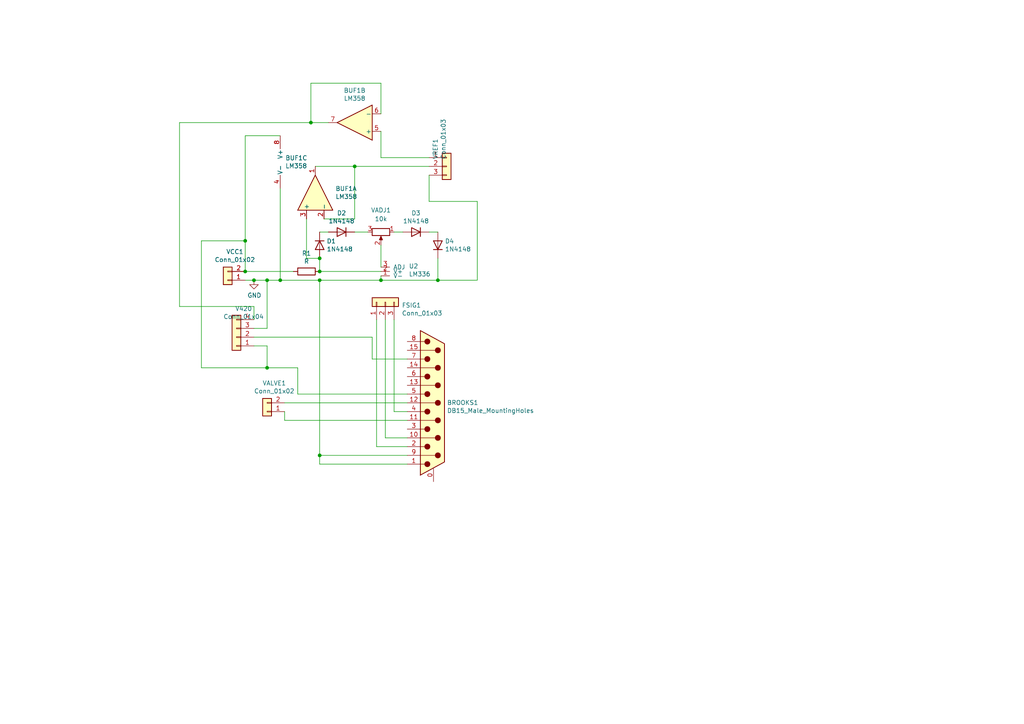
<source format=kicad_sch>
(kicad_sch (version 20211123) (generator eeschema)
  (paper "A4")
  (lib_symbols
    (symbol "Amplifier_Operational:LM358" (pin_names (offset 0.127))
      (property "Reference" "U" (at 0 5.08 0))
      (property "Value" "LM358" (at 0 -5.08 0))
      (symbol "LM358_1_1"
        (polyline (pts (xy -5.08 5.08) (xy 5.08 0) (xy -5.08 -5.08) (xy -5.08 5.08)) (stroke (width 0.254)) (fill (type background)))
        (pin output line (at 7.62 0 180) (length 2.54) (name "~") (number "1"))
        (pin input line (at -7.62 -2.54 0) (length 2.54) (name "-") (number "2"))
        (pin input line (at -7.62 2.54 0) (length 2.54) (name "+") (number "3"))
      )
      (symbol "LM358_2_1"
        (polyline (pts (xy -5.08 5.08) (xy 5.08 0) (xy -5.08 -5.08) (xy -5.08 5.08)) (stroke (width 0.254)) (fill (type background)))
        (pin input line (at -7.62 2.54 0) (length 2.54) (name "+") (number "5"))
        (pin input line (at -7.62 -2.54 0) (length 2.54) (name "-") (number "6"))
        (pin output line (at 7.62 0 180) (length 2.54) (name "~") (number "7"))
      )
      (symbol "LM358_3_1"
        (pin power_in line (at -2.54 -7.62 90) (length 3.81) (name "V-") (number "4"))
        (pin power_in line (at -2.54 7.62 270) (length 3.81) (name "V+") (number "8"))
      )
    )
    (symbol "Connector:DB15_Male_MountingHoles" (pin_names (offset 1.016) hide)
      (property "Reference" "J" (at 0 24.13 0))
      (property "Value" "DB15_Male_MountingHoles" (at 0 22.225 0))
      (symbol "DB15_Male_MountingHoles_0_1"
        (circle (center -1.778 -17.78) (radius 0.762) (fill (type outline)))
        (circle (center -1.778 -12.7) (radius 0.762) (fill (type outline)))
        (circle (center -1.778 -7.62) (radius 0.762) (fill (type outline)))
        (circle (center -1.778 -2.54) (radius 0.762) (fill (type outline)))
        (circle (center -1.778 2.54) (radius 0.762) (fill (type outline)))
        (circle (center -1.778 7.62) (radius 0.762) (fill (type outline)))
        (circle (center -1.778 12.7) (radius 0.762) (fill (type outline)))
        (circle (center -1.778 17.78) (radius 0.762) (fill (type outline)))
        (polyline (pts (xy -3.81 -17.78) (xy -2.54 -17.78)))
        (polyline (pts (xy -3.81 -15.24) (xy 0.508 -15.24)))
        (polyline (pts (xy -3.81 -12.7) (xy -2.54 -12.7)))
        (polyline (pts (xy -3.81 -10.16) (xy 0.508 -10.16)))
        (polyline (pts (xy -3.81 -7.62) (xy -2.54 -7.62)))
        (polyline (pts (xy -3.81 -5.08) (xy 0.508 -5.08)))
        (polyline (pts (xy -3.81 -2.54) (xy -2.54 -2.54)))
        (polyline (pts (xy -3.81 0) (xy 0.508 0)))
        (polyline (pts (xy -3.81 2.54) (xy -2.54 2.54)))
        (polyline (pts (xy -3.81 5.08) (xy 0.508 5.08)))
        (polyline (pts (xy -3.81 7.62) (xy -2.54 7.62)))
        (polyline (pts (xy -3.81 10.16) (xy 0.508 10.16)))
        (polyline (pts (xy -3.81 12.7) (xy -2.54 12.7)))
        (polyline (pts (xy -3.81 15.24) (xy 0.508 15.24)))
        (polyline (pts (xy -3.81 17.78) (xy -2.54 17.78)))
        (polyline (pts (xy -3.81 -20.955) (xy 3.175 -17.145) (xy 3.175 17.145) (xy -3.81 20.955) (xy -3.81 -20.955)) (stroke (width 0.254)) (fill (type background)))
        (circle (center 1.27 -15.24) (radius 0.762) (fill (type outline)))
        (circle (center 1.27 -10.16) (radius 0.762) (fill (type outline)))
        (circle (center 1.27 -5.08) (radius 0.762) (fill (type outline)))
        (circle (center 1.27 0) (radius 0.762) (fill (type outline)))
        (circle (center 1.27 5.08) (radius 0.762) (fill (type outline)))
        (circle (center 1.27 10.16) (radius 0.762) (fill (type outline)))
        (circle (center 1.27 15.24) (radius 0.762) (fill (type outline)))
      )
      (symbol "DB15_Male_MountingHoles_1_1"
        (pin passive line (at 0 -22.86 90) (length 3.81) (name "PAD") (number "0"))
        (pin passive line (at -7.62 -17.78 0) (length 3.81) (name "1") (number "1"))
        (pin passive line (at -7.62 -10.16 0) (length 3.81) (name "P10") (number "10"))
        (pin passive line (at -7.62 -5.08 0) (length 3.81) (name "P111") (number "11"))
        (pin passive line (at -7.62 0 0) (length 3.81) (name "P12") (number "12"))
        (pin passive line (at -7.62 5.08 0) (length 3.81) (name "P13") (number "13"))
        (pin passive line (at -7.62 10.16 0) (length 3.81) (name "P14") (number "14"))
        (pin passive line (at -7.62 15.24 0) (length 3.81) (name "P15") (number "15"))
        (pin passive line (at -7.62 -12.7 0) (length 3.81) (name "2") (number "2"))
        (pin passive line (at -7.62 -7.62 0) (length 3.81) (name "3") (number "3"))
        (pin passive line (at -7.62 -2.54 0) (length 3.81) (name "4") (number "4"))
        (pin passive line (at -7.62 2.54 0) (length 3.81) (name "5") (number "5"))
        (pin passive line (at -7.62 7.62 0) (length 3.81) (name "6") (number "6"))
        (pin passive line (at -7.62 12.7 0) (length 3.81) (name "7") (number "7"))
        (pin passive line (at -7.62 17.78 0) (length 3.81) (name "8") (number "8"))
        (pin passive line (at -7.62 -15.24 0) (length 3.81) (name "P9") (number "9"))
      )
    )
    (symbol "Connector_Generic:Conn_01x02" (pin_names (offset 1.016) hide)
      (property "Reference" "J" (at 0 2.54 0))
      (property "Value" "Conn_01x02" (at 0 -5.08 0))
      (symbol "Conn_01x02_1_1"
        (rectangle (start -1.27 -2.413) (end 0 -2.667) (stroke (width 0.1524)))
        (rectangle (start -1.27 0.127) (end 0 -0.127) (stroke (width 0.1524)))
        (rectangle (start -1.27 1.27) (end 1.27 -3.81) (stroke (width 0.254)) (fill (type background)))
        (pin passive line (at -5.08 0 0) (length 3.81) (name "Pin_1") (number "1"))
        (pin passive line (at -5.08 -2.54 0) (length 3.81) (name "Pin_2") (number "2"))
      )
    )
    (symbol "Connector_Generic:Conn_01x03" (pin_names (offset 1.016) hide)
      (property "Reference" "J" (at 0 5.08 0))
      (property "Value" "Conn_01x03" (at 0 -5.08 0))
      (symbol "Conn_01x03_1_1"
        (rectangle (start -1.27 -2.413) (end 0 -2.667) (stroke (width 0.1524)))
        (rectangle (start -1.27 0.127) (end 0 -0.127) (stroke (width 0.1524)))
        (rectangle (start -1.27 2.667) (end 0 2.413) (stroke (width 0.1524)))
        (rectangle (start -1.27 3.81) (end 1.27 -3.81) (stroke (width 0.254)) (fill (type background)))
        (pin passive line (at -5.08 2.54 0) (length 3.81) (name "Pin_1") (number "1"))
        (pin passive line (at -5.08 0 0) (length 3.81) (name "Pin_2") (number "2"))
        (pin passive line (at -5.08 -2.54 0) (length 3.81) (name "Pin_3") (number "3"))
      )
    )
    (symbol "Connector_Generic:Conn_01x04" (pin_names (offset 1.016) hide)
      (property "Reference" "J" (at 0 5.08 0))
      (property "Value" "Conn_01x04" (at 0 -7.62 0))
      (symbol "Conn_01x04_1_1"
        (rectangle (start -1.27 -4.953) (end 0 -5.207) (stroke (width 0.1524)))
        (rectangle (start -1.27 -2.413) (end 0 -2.667) (stroke (width 0.1524)))
        (rectangle (start -1.27 0.127) (end 0 -0.127) (stroke (width 0.1524)))
        (rectangle (start -1.27 2.667) (end 0 2.413) (stroke (width 0.1524)))
        (rectangle (start -1.27 3.81) (end 1.27 -6.35) (stroke (width 0.254)) (fill (type background)))
        (pin passive line (at -5.08 2.54 0) (length 3.81) (name "Pin_1") (number "1"))
        (pin passive line (at -5.08 0 0) (length 3.81) (name "Pin_2") (number "2"))
        (pin passive line (at -5.08 -2.54 0) (length 3.81) (name "Pin_3") (number "3"))
        (pin passive line (at -5.08 -5.08 0) (length 3.81) (name "Pin_4") (number "4"))
      )
    )
    (symbol "Device:R" (pin_numbers hide) (pin_names (offset 0))
      (property "Reference" "R" (at 2.032 0 90))
      (property "Value" "R" (at 0 0 90))
      (symbol "R_0_1"
        (rectangle (start -1.016 -2.54) (end 1.016 2.54) (stroke (width 0.254)))
      )
      (symbol "R_1_1"
        (pin passive line (at 0 3.81 270) (length 1.27) (name "~") (number "1"))
        (pin passive line (at 0 -3.81 90) (length 1.27) (name "~") (number "2"))
      )
    )
    (symbol "Device:R_Potentiometer" (pin_names (offset 1.016) hide)
      (property "Reference" "RV" (at -4.445 0 90))
      (property "Value" "R_Potentiometer" (at -2.54 0 90))
      (symbol "R_Potentiometer_0_1"
        (polyline (pts (xy 2.54 0) (xy 1.524 0)))
        (polyline (pts (xy 1.143 0) (xy 2.286 0.508) (xy 2.286 -0.508) (xy 1.143 0)) (fill (type outline)))
        (rectangle (start 1.016 2.54) (end -1.016 -2.54) (stroke (width 0.254)))
      )
      (symbol "R_Potentiometer_1_1"
        (pin passive line (at 0 3.81 270) (length 1.27) (name "1") (number "1"))
        (pin passive line (at 3.81 0 180) (length 1.27) (name "2") (number "2"))
        (pin passive line (at 0 -3.81 90) (length 1.27) (name "3") (number "3"))
      )
    )
    (symbol "Diode:1N4148" (pin_numbers hide) (pin_names (offset 1.016) hide)
      (property "Reference" "D" (at 0 2.54 0))
      (property "Value" "1N4148" (at 0 -2.54 0))
      (symbol "1N4148_0_1"
        (polyline (pts (xy -1.27 1.27) (xy -1.27 -1.27)) (stroke (width 0.254)))
        (polyline (pts (xy 1.27 0) (xy -1.27 0)))
        (polyline (pts (xy 1.27 1.27) (xy 1.27 -1.27) (xy -1.27 0) (xy 1.27 1.27)) (stroke (width 0.254)))
      )
      (symbol "1N4148_1_1"
        (pin passive line (at -3.81 0 0) (length 2.54) (name "K") (number "1"))
        (pin passive line (at 3.81 0 180) (length 2.54) (name "A") (number "2"))
      )
    )
    (symbol "m-brooks-rescue:LM336-lm336" (pin_names (offset 1.016))
      (property "Reference" "U" (at 0 0 0))
      (property "Value" "LM336-lm336" (at 0 0 0))
      (symbol "LM336-lm336_0_0"
        (pin unspecified line (at 0 0 0) (length 2.54) (name "V-") (number "1"))
        (pin unspecified line (at 0 1.27 0) (length 2.54) (name "V+") (number "2"))
        (pin unspecified line (at 0 2.54 0) (length 2.54) (name "ADJ") (number "3"))
      )
    )
    (symbol "power:GND" (power) (pin_names (offset 0))
      (property "Value" "GND" (at 0 -3.81 0))
      (symbol "GND_0_1"
        (polyline (pts (xy 0 0) (xy 0 -1.27) (xy 1.27 -1.27) (xy 0 -2.54) (xy -1.27 -1.27) (xy 0 -1.27)))
      )
      (symbol "GND_1_1"
        (pin power_in line (at 0 0 270) (length 0) hide (name "GND") (number "1"))
      )
    )
  )
  (junction (at 81.28 81.28))
  (junction (at 71.12 78.74))
  (junction (at 92.71 81.28))
  (junction (at 77.47 106.68))
  (junction (at 127 81.28))
  (junction (at 71.12 69.85))
  (junction (at 92.71 78.74))
  (junction (at 90.17 35.56))
  (junction (at 77.47 81.28))
  (junction (at 92.71 132.08))
  (junction (at 92.71 74.93))
  (junction (at 102.87 48.26))
  (junction (at 73.66 81.28))
  (junction (at 110.49 81.28))
  (bus_entry (at 392.43 40.64) (size 2.54 2.54))
  (wire (pts (xy 124.46 50.8) (xy 124.46 58.42)))
  (wire (pts (xy 92.71 132.08) (xy 92.71 81.28)))
  (wire (pts (xy 92.71 81.28) (xy 81.28 81.28)))
  (wire (pts (xy 81.28 81.28) (xy 81.28 54.61)))
  (wire (pts (xy 111.76 127) (xy 111.76 92.71)))
  (wire (pts (xy 71.12 69.85) (xy 71.12 39.37)))
  (wire (pts (xy 110.49 81.28) (xy 110.49 80.01)))
  (wire (pts (xy 73.66 88.9) (xy 73.66 92.71)))
  (wire (pts (xy 71.12 78.74) (xy 71.12 69.85)))
  (wire (pts (xy 127 81.28) (xy 110.49 81.28)))
  (wire (pts (xy 124.46 45.72) (xy 110.49 45.72)))
  (wire (pts (xy 124.46 58.42) (xy 138.43 58.42)))
  (wire (pts (xy 82.55 121.92) (xy 82.55 119.38)))
  (wire (pts (xy 58.42 106.68) (xy 58.42 69.85)))
  (wire (pts (xy 95.25 35.56) (xy 90.17 35.56)))
  (wire (pts (xy 110.49 81.28) (xy 92.71 81.28)))
  (wire (pts (xy 90.17 24.13) (xy 90.17 35.56)))
  (wire (pts (xy 88.9 74.93) (xy 92.71 74.93)))
  (wire (pts (xy 92.71 74.93) (xy 92.71 78.74)))
  (wire (pts (xy 71.12 39.37) (xy 81.28 39.37)))
  (wire (pts (xy 138.43 81.28) (xy 127 81.28)))
  (wire (pts (xy 127 74.93) (xy 127 81.28)))
  (wire (pts (xy 52.07 88.9) (xy 73.66 88.9)))
  (wire (pts (xy 118.11 114.3) (xy 86.36 114.3)))
  (wire (pts (xy 102.87 63.5) (xy 102.87 48.26)))
  (wire (pts (xy 102.87 48.26) (xy 124.46 48.26)))
  (wire (pts (xy 114.3 67.31) (xy 116.84 67.31)))
  (wire (pts (xy 124.46 67.31) (xy 127 67.31)))
  (wire (pts (xy 71.12 78.74) (xy 85.09 78.74)))
  (wire (pts (xy 118.11 134.62) (xy 92.71 134.62)))
  (wire (pts (xy 73.66 97.79) (xy 107.95 97.79)))
  (wire (pts (xy 110.49 45.72) (xy 110.49 38.1)))
  (wire (pts (xy 110.49 33.02) (xy 110.49 24.13)))
  (wire (pts (xy 92.71 134.62) (xy 92.71 132.08)))
  (wire (pts (xy 92.71 78.74) (xy 110.49 78.74)))
  (wire (pts (xy 86.36 106.68) (xy 77.47 106.68)))
  (wire (pts (xy 110.49 24.13) (xy 90.17 24.13)))
  (wire (pts (xy 109.22 129.54) (xy 109.22 92.71)))
  (wire (pts (xy 73.66 95.25) (xy 77.47 95.25)))
  (wire (pts (xy 118.11 119.38) (xy 114.3 119.38)))
  (wire (pts (xy 52.07 35.56) (xy 52.07 88.9)))
  (wire (pts (xy 92.71 67.31) (xy 95.25 67.31)))
  (wire (pts (xy 77.47 106.68) (xy 58.42 106.68)))
  (wire (pts (xy 107.95 104.14) (xy 118.11 104.14)))
  (wire (pts (xy 82.55 116.84) (xy 118.11 116.84)))
  (wire (pts (xy 77.47 81.28) (xy 81.28 81.28)))
  (wire (pts (xy 114.3 119.38) (xy 114.3 92.71)))
  (wire (pts (xy 138.43 58.42) (xy 138.43 81.28)))
  (wire (pts (xy 91.44 48.26) (xy 102.87 48.26)))
  (wire (pts (xy 73.66 81.28) (xy 77.47 81.28)))
  (wire (pts (xy 86.36 114.3) (xy 86.36 106.68)))
  (wire (pts (xy 118.11 132.08) (xy 92.71 132.08)))
  (wire (pts (xy 118.11 129.54) (xy 109.22 129.54)))
  (wire (pts (xy 118.11 127) (xy 111.76 127)))
  (wire (pts (xy 71.12 81.28) (xy 73.66 81.28)))
  (wire (pts (xy 88.9 63.5) (xy 88.9 74.93)))
  (wire (pts (xy 110.49 77.47) (xy 110.49 71.12)))
  (wire (pts (xy 77.47 95.25) (xy 77.47 81.28)))
  (wire (pts (xy 90.17 35.56) (xy 52.07 35.56)))
  (wire (pts (xy 73.66 100.33) (xy 77.47 100.33)))
  (wire (pts (xy 107.95 97.79) (xy 107.95 104.14)))
  (wire (pts (xy 77.47 100.33) (xy 77.47 106.68)))
  (wire (pts (xy 102.87 67.31) (xy 106.68 67.31)))
  (wire (pts (xy 82.55 121.92) (xy 118.11 121.92)))
  (wire (pts (xy 93.98 63.5) (xy 102.87 63.5)))
  (wire (pts (xy 58.42 69.85) (xy 71.12 69.85)))
  (symbol (lib_id "Connector:DB15_Male_MountingHoles") (at 125.73 116.84 0) (unit 1)
    (property "Reference" "BROOKS1" (at 129.6416 116.7892 0) (effects (justify left)))
    (property "Value" "DB15_Male_MountingHoles" (at 129.6416 119.1006 0) (effects (justify left)))
    (property "Footprint" "Connector_Dsub:DSUB-15_Female_Horizontal_P2.77x2.84mm_EdgePinOffset7.70mm_Housed_MountingHolesOffset9.12mm" (effects hide))
    (property "Datasheet" " ~" (effects hide))
  )
  (symbol (lib_id "Connector_Generic:Conn_01x02") (at 66.04 81.28 180) (unit 1)
    (property "Reference" "VCC1" (at 68.1228 73.025 0))
    (property "Value" "Conn_01x02" (at 68.1228 75.3364 0))
    (property "Footprint" "TerminalBlock:TerminalBlock_bornier-2_P5.08mm" (effects hide))
  )
  (symbol (lib_id "Connector_Generic:Conn_01x03") (at 129.54 48.26 0) (unit 1)
    (property "Reference" "VREF1" (at 126.2888 46.228 90) (effects (justify left)))
    (property "Value" "Conn_01x03" (at 128.6002 46.228 90) (effects (justify left)))
    (property "Footprint" "TerminalBlock:TerminalBlock_bornier-3_P5.08mm" (effects hide))
  )
  (symbol (lib_id "Connector_Generic:Conn_01x04") (at 68.58 97.79 180) (unit 1)
    (property "Reference" "V420" (at 70.6628 89.535 0))
    (property "Value" "Conn_01x04" (at 70.6628 91.8464 0))
    (property "Footprint" "TerminalBlock:TerminalBlock_bornier-4_P5.08mm" (effects hide))
  )
  (symbol (lib_id "m-brooks-rescue:LM336-lm336") (at 110.49 80.01 0) (unit 1)
    (property "Reference" "U2" (at 118.5672 77.1906 0) (effects (justify left)))
    (property "Value" "LM336" (at 118.5672 79.502 0) (effects (justify left)))
    (property "Footprint" "Package_TO_SOT_THT:TO-92L_Inline_Wide" (effects hide))
  )
  (symbol (lib_id "Amplifier_Operational:LM358") (at 91.44 55.88 90) (unit 1)
    (property "Reference" "BUF1" (at 97.282 54.7116 90) (effects (justify right)))
    (property "Value" "LM358" (at 97.282 57.023 90) (effects (justify right)))
    (property "Footprint" "Package_DIP:DIP-8_W7.62mm" (effects hide))
    (property "Datasheet" "http://www.ti.com/lit/ds/symlink/lm2904-n.pdf" (effects hide))
  )
  (symbol (lib_id "Device:R") (at 88.9 78.74 90) (unit 1)
    (property "Reference" "R1" (at 88.9 73.4822 90))
    (property "Value" "R" (at 88.9 75.7936 90))
    (property "Footprint" "Resistor_THT:R_Axial_DIN0207_L6.3mm_D2.5mm_P10.16mm_Horizontal" (effects hide))
  )
  (symbol (lib_id "Amplifier_Operational:LM358") (at 102.87 35.56 180) (unit 2)
    (property "Reference" "BUF1" (at 102.87 26.2382 0))
    (property "Value" "LM358" (at 102.87 28.5496 0))
    (property "Footprint" "Package_DIP:DIP-8_W7.62mm" (effects hide))
    (property "Datasheet" "http://www.ti.com/lit/ds/symlink/lm2904-n.pdf" (effects hide))
  )
  (symbol (lib_id "Diode:1N4148") (at 92.71 71.12 270) (unit 1)
    (property "Reference" "D1" (at 94.742 69.9516 90) (effects (justify left)))
    (property "Value" "1N4148" (at 94.742 72.263 90) (effects (justify left)))
    (property "Footprint" "Diode_THT:D_DO-35_SOD27_P7.62mm_Horizontal" (effects hide))
    (property "Datasheet" "https://assets.nexperia.com/documents/data-sheet/1N4148_1N4448.pdf" (effects hide))
  )
  (symbol (lib_id "Diode:1N4148") (at 99.06 67.31 180) (unit 1)
    (property "Reference" "D2" (at 99.06 61.7982 0))
    (property "Value" "1N4148" (at 99.06 64.1096 0))
    (property "Footprint" "Diode_THT:D_DO-35_SOD27_P7.62mm_Horizontal" (effects hide))
    (property "Datasheet" "https://assets.nexperia.com/documents/data-sheet/1N4148_1N4448.pdf" (effects hide))
  )
  (symbol (lib_id "Diode:1N4148") (at 120.65 67.31 180) (unit 1)
    (property "Reference" "D3" (at 120.65 61.7982 0))
    (property "Value" "1N4148" (at 120.65 64.1096 0))
    (property "Footprint" "Diode_THT:D_DO-35_SOD27_P7.62mm_Horizontal" (effects hide))
    (property "Datasheet" "https://assets.nexperia.com/documents/data-sheet/1N4148_1N4448.pdf" (effects hide))
  )
  (symbol (lib_id "Diode:1N4148") (at 127 71.12 90) (unit 1)
    (property "Reference" "D4" (at 129.032 69.9516 90) (effects (justify right)))
    (property "Value" "1N4148" (at 129.032 72.263 90) (effects (justify right)))
    (property "Footprint" "Diode_THT:D_DO-35_SOD27_P7.62mm_Horizontal" (effects hide))
    (property "Datasheet" "https://assets.nexperia.com/documents/data-sheet/1N4148_1N4448.pdf" (effects hide))
  )
  (symbol (lib_id "Connector_Generic:Conn_01x03") (at 111.76 87.63 90) (unit 1)
    (property "Reference" "FSIG1" (at 116.5352 88.5444 90) (effects (justify right)))
    (property "Value" "Conn_01x03" (at 116.5352 90.8558 90) (effects (justify right)))
    (property "Footprint" "TerminalBlock:TerminalBlock_bornier-3_P5.08mm" (effects hide))
  )
  (symbol (lib_id "Connector_Generic:Conn_01x02") (at 77.47 119.38 180) (unit 1)
    (property "Reference" "VALVE1" (at 79.5528 111.125 0))
    (property "Value" "Conn_01x02" (at 79.5528 113.4364 0))
    (property "Footprint" "TerminalBlock:TerminalBlock_bornier-2_P5.08mm" (effects hide))
  )
  (symbol (lib_id "Amplifier_Operational:LM358") (at 83.82 46.99 0) (unit 3)
    (property "Reference" "BUF1" (at 82.7532 45.8216 0) (effects (justify left)))
    (property "Value" "LM358" (at 82.7532 48.133 0) (effects (justify left)))
    (property "Footprint" "Package_DIP:DIP-8_W7.62mm" (effects hide))
    (property "Datasheet" "http://www.ti.com/lit/ds/symlink/lm2904-n.pdf" (effects hide))
  )
  (symbol (lib_id "power:GND") (at 73.66 81.28 0) (unit 1)
    (property "Reference" "#PWR0101" (effects hide))
    (property "Value" "GND" (at 73.787 85.6742 0))
  )
  (symbol (lib_id "Device:R_Potentiometer") (at 110.49 67.31 270) (unit 1)
    (property "Reference" "VADJ1" (at 110.49 60.96 90))
    (property "Value" "10k" (at 110.49 63.5 90))
    (property "Footprint" "Potentiometer_THT:Potentiometer_Bourns_3296W_Vertical" (effects hide))
  )
)
</source>
